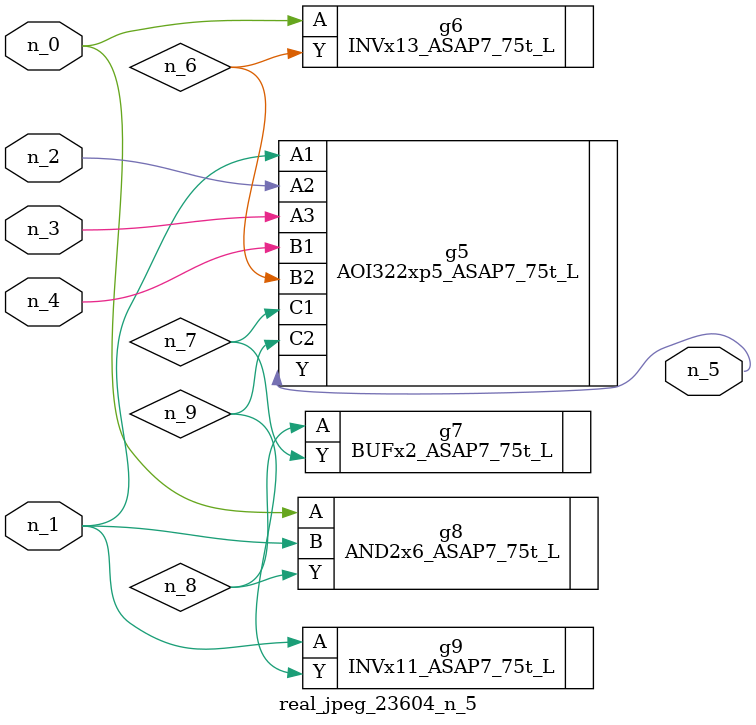
<source format=v>
module real_jpeg_23604_n_5 (n_4, n_0, n_1, n_2, n_3, n_5);

input n_4;
input n_0;
input n_1;
input n_2;
input n_3;

output n_5;

wire n_8;
wire n_6;
wire n_7;
wire n_9;

INVx13_ASAP7_75t_L g6 ( 
.A(n_0),
.Y(n_6)
);

AND2x6_ASAP7_75t_L g8 ( 
.A(n_0),
.B(n_1),
.Y(n_8)
);

AOI322xp5_ASAP7_75t_L g5 ( 
.A1(n_1),
.A2(n_2),
.A3(n_3),
.B1(n_4),
.B2(n_6),
.C1(n_7),
.C2(n_9),
.Y(n_5)
);

INVx11_ASAP7_75t_L g9 ( 
.A(n_1),
.Y(n_9)
);

BUFx2_ASAP7_75t_L g7 ( 
.A(n_8),
.Y(n_7)
);


endmodule
</source>
